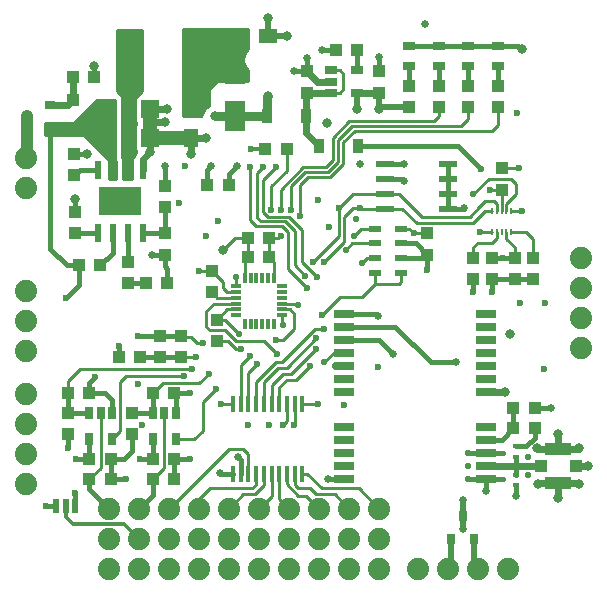
<source format=gbl>
G04 #@! TF.GenerationSoftware,KiCad,Pcbnew,(5.1.5)-3*
G04 #@! TF.CreationDate,2020-01-29T21:37:39+13:00*
G04 #@! TF.ProjectId,SimpleFC,53696d70-6c65-4464-932e-6b696361645f,rev?*
G04 #@! TF.SameCoordinates,Original*
G04 #@! TF.FileFunction,Copper,L4,Bot*
G04 #@! TF.FilePolarity,Positive*
%FSLAX46Y46*%
G04 Gerber Fmt 4.6, Leading zero omitted, Abs format (unit mm)*
G04 Created by KiCad (PCBNEW (5.1.5)-3) date 2020-01-29 21:37:39*
%MOMM*%
%LPD*%
G04 APERTURE LIST*
%ADD10R,0.600000X0.400000*%
%ADD11R,1.000000X1.100000*%
%ADD12R,1.100000X1.000000*%
%ADD13R,1.600000X1.600000*%
%ADD14R,1.250000X1.500000*%
%ADD15R,1.500000X1.250000*%
%ADD16R,1.000000X1.000000*%
%ADD17R,0.900000X1.200000*%
%ADD18R,1.000000X0.670000*%
%ADD19R,0.800000X0.900000*%
%ADD20C,1.880000*%
%ADD21R,0.600000X1.200000*%
%ADD22R,1.900000X3.400000*%
%ADD23R,0.900000X0.800000*%
%ADD24R,0.225000X0.600000*%
%ADD25R,0.350000X0.850000*%
%ADD26R,0.850000X0.350000*%
%ADD27R,1.100000X0.600000*%
%ADD28R,1.175000X1.175000*%
%ADD29R,0.600000X1.550000*%
%ADD30R,1.550000X0.600000*%
%ADD31R,0.650000X1.060000*%
%ADD32R,2.200000X1.050000*%
%ADD33R,1.800000X2.500000*%
%ADD34R,1.060000X0.650000*%
%ADD35R,0.450000X1.450000*%
%ADD36R,1.800000X0.800000*%
%ADD37C,0.650000*%
%ADD38C,0.800000*%
%ADD39C,0.900000*%
%ADD40C,0.600000*%
%ADD41C,0.550000*%
%ADD42C,0.640000*%
%ADD43C,0.500000*%
%ADD44C,0.600000*%
%ADD45C,1.200000*%
%ADD46C,0.400000*%
%ADD47C,0.250000*%
%ADD48C,0.300000*%
%ADD49C,0.800000*%
%ADD50C,1.000000*%
%ADD51C,0.254000*%
G04 APERTURE END LIST*
D10*
X168000000Y-114050000D03*
X168000000Y-113150000D03*
D11*
X139700000Y-105600000D03*
X139700000Y-103800000D03*
X137900000Y-105600000D03*
X137900000Y-103800000D03*
X166800000Y-91400000D03*
X166800000Y-89600000D03*
X166000000Y-99000000D03*
X166000000Y-97200000D03*
X167900000Y-99000000D03*
X167900000Y-97200000D03*
X169500000Y-97200000D03*
X169500000Y-99000000D03*
X164400000Y-97200000D03*
X164400000Y-99000000D03*
X160500000Y-96900000D03*
X160500000Y-95100000D03*
X142300000Y-100100000D03*
X142300000Y-98300000D03*
X142700000Y-104200000D03*
X142700000Y-102400000D03*
D12*
X145300000Y-95500000D03*
X147100000Y-95500000D03*
X147100000Y-97100000D03*
X145300000Y-97100000D03*
D11*
X130600000Y-90200000D03*
X130600000Y-88400000D03*
D13*
X133400000Y-84600000D03*
X137000000Y-84600000D03*
X137000000Y-87000000D03*
X133400000Y-87000000D03*
D11*
X135150000Y-97500000D03*
X135150000Y-99300000D03*
X130700000Y-93300000D03*
X130700000Y-95100000D03*
D14*
X140500000Y-84500000D03*
X140500000Y-87000000D03*
D15*
X147000000Y-78400000D03*
X144500000Y-78400000D03*
D11*
X156400000Y-83200000D03*
X156400000Y-81400000D03*
X150300000Y-81400000D03*
X150300000Y-83200000D03*
D12*
X154600000Y-79600000D03*
X152800000Y-79600000D03*
X143700000Y-91000000D03*
X141900000Y-91000000D03*
X139100000Y-114200000D03*
X137300000Y-114200000D03*
X139100000Y-108600000D03*
X137300000Y-108600000D03*
X131900000Y-114200000D03*
X133700000Y-114200000D03*
X131900000Y-108600000D03*
X130100000Y-108600000D03*
D16*
X130500000Y-86350000D03*
X130500000Y-83850000D03*
D17*
X150250000Y-85200000D03*
X146950000Y-85200000D03*
X154650000Y-87700000D03*
X151350000Y-87700000D03*
D18*
X159000000Y-79225000D03*
X159000000Y-80975000D03*
X166500000Y-80975000D03*
X166500000Y-79225000D03*
X164000000Y-79225000D03*
X164000000Y-80975000D03*
X161500000Y-80975000D03*
X161500000Y-79225000D03*
D19*
X163500000Y-119000000D03*
X162550000Y-121000000D03*
X164450000Y-121000000D03*
D20*
X126500000Y-88730000D03*
X126500000Y-91270000D03*
X173500000Y-104810000D03*
X173500000Y-102270000D03*
X173500000Y-99730000D03*
X173500000Y-97190000D03*
X167310000Y-123500000D03*
X164770000Y-123500000D03*
X162230000Y-123500000D03*
X159690000Y-123500000D03*
X126500000Y-116310000D03*
X126500000Y-113770000D03*
X126500000Y-111230000D03*
X126500000Y-108690000D03*
X126500000Y-105040000D03*
X126500000Y-102500000D03*
X126500000Y-99960000D03*
D21*
X129100000Y-118200000D03*
X129900000Y-118200000D03*
X130700000Y-118200000D03*
D12*
X134400000Y-105600000D03*
X136200000Y-105600000D03*
D22*
X135320000Y-79600000D03*
X140880000Y-79600000D03*
D23*
X128600000Y-84250000D03*
X128600000Y-86150000D03*
X126600000Y-85200000D03*
D12*
X148600000Y-88000000D03*
X146800000Y-88000000D03*
X132800000Y-97800000D03*
X131000000Y-97800000D03*
D11*
X138300000Y-92900000D03*
X138300000Y-91100000D03*
D12*
X132300000Y-81900000D03*
X130500000Y-81900000D03*
D11*
X138300000Y-96900000D03*
X138300000Y-95100000D03*
D12*
X138500000Y-99300000D03*
X136700000Y-99300000D03*
D11*
X159000000Y-82600000D03*
X159000000Y-84400000D03*
X166500000Y-84400000D03*
X166500000Y-82600000D03*
X164000000Y-82600000D03*
X164000000Y-84400000D03*
X161500000Y-84400000D03*
X161500000Y-82600000D03*
X135500000Y-112100000D03*
X135500000Y-110300000D03*
D12*
X137300000Y-115900000D03*
X139100000Y-115900000D03*
D11*
X130100000Y-110300000D03*
X130100000Y-112100000D03*
D12*
X133700000Y-115900000D03*
X131900000Y-115900000D03*
D24*
X167600000Y-95000000D03*
X167200000Y-95000000D03*
X166800000Y-95000000D03*
X166400000Y-95000000D03*
X166000000Y-95000000D03*
X166000000Y-93200000D03*
X166400000Y-93200000D03*
X166800000Y-93200000D03*
X167200000Y-93200000D03*
X167600000Y-93200000D03*
D25*
X147550000Y-102750000D03*
X147050000Y-102750000D03*
X146550000Y-102750000D03*
X146050000Y-102750000D03*
X145550000Y-102750000D03*
X145050000Y-102750000D03*
D26*
X144350000Y-102050000D03*
X144350000Y-101550000D03*
X144350000Y-101050000D03*
X144350000Y-100550000D03*
X144350000Y-100050000D03*
X144350000Y-99550000D03*
D25*
X145050000Y-98850000D03*
X145550000Y-98850000D03*
X146050000Y-98850000D03*
X146550000Y-98850000D03*
X147050000Y-98850000D03*
X147550000Y-98850000D03*
D26*
X148250000Y-99550000D03*
X148250000Y-100050000D03*
X148250000Y-100550000D03*
X148250000Y-101050000D03*
X148250000Y-101550000D03*
X148250000Y-102050000D03*
D27*
X158300000Y-94700000D03*
X158300000Y-95950000D03*
X158300000Y-97200000D03*
X158300000Y-98450000D03*
X156100000Y-98450000D03*
X156100000Y-97200000D03*
X156100000Y-95950000D03*
X156100000Y-94700000D03*
D28*
X134500000Y-93000000D03*
X134500000Y-91800000D03*
D29*
X132595000Y-89700000D03*
X133865000Y-89700000D03*
X135135000Y-89700000D03*
X136405000Y-89700000D03*
X136405000Y-95100000D03*
X135135000Y-95100000D03*
X133865000Y-95100000D03*
X132595000Y-95100000D03*
D28*
X135700000Y-93000000D03*
X133300000Y-93000000D03*
X135700000Y-91800000D03*
X133300000Y-91800000D03*
D30*
X156900000Y-89195000D03*
X156900000Y-90465000D03*
X156900000Y-91735000D03*
X156900000Y-93005000D03*
X162300000Y-93005000D03*
X162300000Y-91735000D03*
X162300000Y-90465000D03*
X162300000Y-89195000D03*
D31*
X137300000Y-112500000D03*
X139200000Y-112500000D03*
X139200000Y-110300000D03*
X138250000Y-110300000D03*
X137300000Y-110300000D03*
X131900000Y-110300000D03*
X132850000Y-110300000D03*
X133800000Y-110300000D03*
X133800000Y-112500000D03*
X131900000Y-112500000D03*
D20*
X156430000Y-118420000D03*
X133570000Y-118420000D03*
X136110000Y-118420000D03*
X138650000Y-118420000D03*
X141190000Y-118420000D03*
X143730000Y-118420000D03*
X146270000Y-118420000D03*
X148810000Y-118420000D03*
X151350000Y-118420000D03*
X153890000Y-118420000D03*
X153890000Y-120960000D03*
X151350000Y-120960000D03*
X148810000Y-120960000D03*
X146270000Y-120960000D03*
X143730000Y-120960000D03*
X141190000Y-120960000D03*
X138650000Y-120960000D03*
X136110000Y-120960000D03*
X133570000Y-120960000D03*
X156430000Y-120960000D03*
X156430000Y-123500000D03*
X133570000Y-123500000D03*
X136110000Y-123500000D03*
X138650000Y-123500000D03*
X141190000Y-123500000D03*
X143730000Y-123500000D03*
X146270000Y-123500000D03*
X148810000Y-123500000D03*
X151350000Y-123500000D03*
X153890000Y-123500000D03*
D12*
X169600000Y-109900000D03*
X167800000Y-109900000D03*
D10*
X168000000Y-115550000D03*
X168000000Y-116450000D03*
D32*
X171600000Y-116275000D03*
X171600000Y-113325000D03*
D16*
X173100000Y-114800000D03*
X170100000Y-114800000D03*
D12*
X169600000Y-111600000D03*
X167800000Y-111600000D03*
D33*
X144200000Y-85200000D03*
X144200000Y-81200000D03*
D34*
X154600000Y-83200000D03*
X154600000Y-81300000D03*
X152400000Y-81300000D03*
X152400000Y-82250000D03*
X152400000Y-83200000D03*
D35*
X144075000Y-109550000D03*
X144725000Y-109550000D03*
X145375000Y-109550000D03*
X146025000Y-109550000D03*
X146675000Y-109550000D03*
X147325000Y-109550000D03*
X147975000Y-109550000D03*
X148625000Y-109550000D03*
X149275000Y-109550000D03*
X149925000Y-109550000D03*
X149925000Y-115450000D03*
X149275000Y-115450000D03*
X148625000Y-115450000D03*
X147975000Y-115450000D03*
X147325000Y-115450000D03*
X146675000Y-115450000D03*
X146025000Y-115450000D03*
X145375000Y-115450000D03*
X144725000Y-115450000D03*
X144075000Y-115450000D03*
D36*
X165500000Y-101900000D03*
X165500000Y-103000000D03*
X165500000Y-104100000D03*
X165500000Y-105200000D03*
X165500000Y-106300000D03*
X165500000Y-107400000D03*
X165500000Y-108500000D03*
X165500000Y-111500000D03*
X165500000Y-112600000D03*
X165500000Y-113700000D03*
X165500000Y-114800000D03*
X165500000Y-115900000D03*
X153500000Y-115900000D03*
X153500000Y-114800000D03*
X153500000Y-113700000D03*
X153500000Y-112600000D03*
X153500000Y-111500000D03*
X153500000Y-108500000D03*
X153500000Y-107400000D03*
X153500000Y-106300000D03*
X153500000Y-105200000D03*
X153500000Y-104100000D03*
X153500000Y-103000000D03*
X153500000Y-101900000D03*
D37*
X163500000Y-120100000D03*
X163500000Y-117700000D03*
D38*
X138300000Y-85700000D03*
D39*
X138800000Y-87000000D03*
D40*
X160500000Y-98200000D03*
X144700000Y-104900000D03*
X130100000Y-113300000D03*
X140400000Y-114200000D03*
X135000000Y-115900000D03*
X136400000Y-111300000D03*
X136000000Y-107900000D03*
X140400000Y-108600000D03*
X132400000Y-107300000D03*
D41*
X164000000Y-113700000D03*
X164000000Y-115900000D03*
X164000000Y-114800000D03*
D38*
X169850000Y-116300000D03*
D41*
X169000000Y-115600000D03*
D38*
X169800000Y-113300000D03*
D41*
X169000000Y-114000000D03*
D37*
X152100000Y-115900000D03*
X156350000Y-102100000D03*
D40*
X151250000Y-109550000D03*
X141200000Y-98300000D03*
X166000000Y-100100000D03*
X170500000Y-101000000D03*
X168400000Y-101000000D03*
X164400000Y-100100000D03*
X165000000Y-95000000D03*
X168500000Y-93200000D03*
X168300000Y-89600000D03*
X168150000Y-84950000D03*
D37*
X165500000Y-116900000D03*
X168000000Y-117300000D03*
D38*
X174100000Y-114800000D03*
X171600000Y-117550000D03*
X173400000Y-116300000D03*
X173400000Y-113300000D03*
X171600000Y-112100000D03*
X167100000Y-108500000D03*
D37*
X144450000Y-114050000D03*
X171000000Y-109900000D03*
X163600000Y-93000000D03*
X158500000Y-90700000D03*
D40*
X145600000Y-88000000D03*
X148100000Y-95300000D03*
D37*
X144400000Y-89400000D03*
X137200000Y-96900000D03*
X150300000Y-80300000D03*
X149200000Y-81400000D03*
D38*
X130700000Y-92200000D03*
X132300000Y-80900000D03*
X141800000Y-87000000D03*
X140500000Y-88400000D03*
X138500000Y-84600000D03*
X137000000Y-88200000D03*
D37*
X156400000Y-80200000D03*
X151600000Y-79600000D03*
D40*
X133300000Y-93000000D03*
X134500000Y-93000000D03*
X135700000Y-93000000D03*
X135700000Y-91800000D03*
X134500000Y-91800000D03*
X133300000Y-91800000D03*
X145300000Y-111300000D03*
D38*
X148600000Y-78400000D03*
X147000000Y-76900000D03*
X168500000Y-79500000D03*
D37*
X143000000Y-115400000D03*
D40*
X134400000Y-104600000D03*
X141800000Y-95300000D03*
X142800000Y-94100000D03*
X128200000Y-118200000D03*
X130800000Y-114200000D03*
X136200000Y-114200000D03*
X153500000Y-109650000D03*
X143050000Y-109550000D03*
X170400000Y-106600000D03*
X166950000Y-97200000D03*
X165800000Y-91400000D03*
X159400000Y-95100000D03*
D37*
X158500000Y-89200000D03*
X154800000Y-89200000D03*
X142200000Y-89400000D03*
D38*
X143200000Y-96500000D03*
D41*
X144600000Y-103600000D03*
D40*
X147100000Y-111300000D03*
D38*
X154600000Y-84600000D03*
X156400000Y-84600000D03*
X152000000Y-85800000D03*
D42*
X160300000Y-77400000D03*
D40*
X140900000Y-105600000D03*
X136000000Y-103800000D03*
X141500000Y-104400000D03*
X129900000Y-100600000D03*
X156300000Y-106400000D03*
D38*
X167500000Y-103600000D03*
D40*
X130700000Y-117100000D03*
D38*
X142500000Y-85200000D03*
X147000000Y-83500000D03*
D40*
X165050000Y-89650000D03*
X147300000Y-93100000D03*
D37*
X157600000Y-105300000D03*
X162950000Y-106000000D03*
X138300000Y-89400000D03*
X140800000Y-81300000D03*
D40*
X135200000Y-87900000D03*
D38*
X131700000Y-88400000D03*
D40*
X142000000Y-107000000D03*
X140600000Y-106600000D03*
X139500000Y-92500000D03*
X152200000Y-94600000D03*
X151300000Y-92300000D03*
X140000000Y-89400000D03*
X150300000Y-99700000D03*
X145500000Y-89500000D03*
X146600000Y-89500000D03*
X150200000Y-98700000D03*
X151200000Y-98800000D03*
X147700000Y-89500000D03*
X153000000Y-93000000D03*
X150800000Y-97500000D03*
X154800000Y-93000000D03*
X151800000Y-97500000D03*
X149700000Y-93600000D03*
X149000000Y-93100000D03*
X148100000Y-93100000D03*
D41*
X154500000Y-93900000D03*
X164400000Y-91800000D03*
X144300000Y-98800000D03*
D40*
X139900000Y-107200000D03*
X142600000Y-108300000D03*
D41*
X154300000Y-95300000D03*
D40*
X147700000Y-104100000D03*
D41*
X155000000Y-97600000D03*
D40*
X147800000Y-105300000D03*
D41*
X153600000Y-96500000D03*
X148300000Y-102900000D03*
X149600000Y-101200000D03*
D40*
X151600000Y-102000000D03*
X148300000Y-111300000D03*
X149200000Y-111300000D03*
D41*
X151800000Y-106000000D03*
X152700000Y-106300000D03*
D40*
X150600000Y-106300000D03*
X151100000Y-104900000D03*
X151100000Y-104000000D03*
X151800000Y-103200000D03*
X146100000Y-106200000D03*
X145500000Y-105500000D03*
D43*
X163500000Y-119000000D02*
X163500000Y-120100000D01*
X163500000Y-119000000D02*
X163500000Y-117700000D01*
D44*
X137000000Y-85700000D02*
X138300000Y-85700000D01*
D45*
X138800000Y-87000000D02*
X137000000Y-87000000D01*
X140500000Y-87000000D02*
X138800000Y-87000000D01*
D44*
X137000000Y-85700000D02*
X136900000Y-85700000D01*
X136900000Y-85700000D02*
X137000000Y-85700000D01*
D46*
X160500000Y-96900000D02*
X160500000Y-98200000D01*
X158300000Y-95950000D02*
X159550000Y-95950000D01*
X159550000Y-95950000D02*
X160500000Y-96900000D01*
X158300000Y-97200000D02*
X160200000Y-97200000D01*
X160200000Y-97200000D02*
X160500000Y-96900000D01*
D47*
X142700000Y-104200000D02*
X143600000Y-104200000D01*
X144300000Y-104900000D02*
X144700000Y-104900000D01*
X143600000Y-104200000D02*
X144300000Y-104900000D01*
D46*
X130100000Y-112100000D02*
X130100000Y-113300000D01*
X139100000Y-114200000D02*
X140400000Y-114200000D01*
X133700000Y-115900000D02*
X135000000Y-115900000D01*
X139100000Y-108600000D02*
X140400000Y-108600000D01*
X139200000Y-110300000D02*
X139200000Y-108700000D01*
X139200000Y-108700000D02*
X139100000Y-108600000D01*
X131900000Y-108600000D02*
X131900000Y-107800000D01*
X131900000Y-107800000D02*
X132400000Y-107300000D01*
X133800000Y-110300000D02*
X133800000Y-109200000D01*
X133200000Y-108600000D02*
X131900000Y-108600000D01*
X133800000Y-109200000D02*
X133200000Y-108600000D01*
X135500000Y-112100000D02*
X135500000Y-113500000D01*
X134800000Y-114200000D02*
X133700000Y-114200000D01*
X135500000Y-113500000D02*
X134800000Y-114200000D01*
X139100000Y-114200000D02*
X139100000Y-115900000D01*
X133700000Y-114200000D02*
X133700000Y-115900000D01*
X165500000Y-113700000D02*
X164000000Y-113700000D01*
X164000000Y-115900000D02*
X165500000Y-115900000D01*
D44*
X169875000Y-116275000D02*
X169850000Y-116300000D01*
X169875000Y-116275000D02*
X171600000Y-116275000D01*
X171600000Y-113325000D02*
X169825000Y-113325000D01*
D46*
X153500000Y-115900000D02*
X152100000Y-115900000D01*
X153500000Y-101900000D02*
X156150000Y-101900000D01*
X156150000Y-101900000D02*
X156350000Y-102100000D01*
D47*
X149925000Y-109550000D02*
X151250000Y-109550000D01*
X142300000Y-98300000D02*
X141200000Y-98300000D01*
D46*
X166000000Y-99000000D02*
X166000000Y-100100000D01*
X167900000Y-99000000D02*
X166000000Y-99000000D01*
X169500000Y-99000000D02*
X167900000Y-99000000D01*
X164400000Y-99000000D02*
X164400000Y-100100000D01*
D47*
X166000000Y-95000000D02*
X165000000Y-95000000D01*
X167600000Y-93200000D02*
X168500000Y-93200000D01*
X166800000Y-89600000D02*
X168300000Y-89600000D01*
D46*
X165500000Y-115900000D02*
X165500000Y-116900000D01*
X165500000Y-115900000D02*
X166900000Y-115900000D01*
X165500000Y-113700000D02*
X166900000Y-113700000D01*
X168000000Y-116450000D02*
X168000000Y-117300000D01*
D44*
X173100000Y-114800000D02*
X174100000Y-114800000D01*
X171600000Y-116275000D02*
X171600000Y-117550000D01*
X171600000Y-116275000D02*
X173375000Y-116275000D01*
X173375000Y-116275000D02*
X173400000Y-116300000D01*
X171600000Y-113325000D02*
X173375000Y-113325000D01*
X173375000Y-113325000D02*
X173400000Y-113300000D01*
X171600000Y-113325000D02*
X171600000Y-112100000D01*
X165500000Y-108500000D02*
X167100000Y-108500000D01*
D46*
X144725000Y-115450000D02*
X144725000Y-114325000D01*
X144725000Y-114325000D02*
X144450000Y-114050000D01*
X169600000Y-109900000D02*
X171000000Y-109900000D01*
X162300000Y-93005000D02*
X163595000Y-93005000D01*
X163595000Y-93005000D02*
X163600000Y-93000000D01*
X162300000Y-93005000D02*
X162300000Y-91735000D01*
X162300000Y-90465000D02*
X162300000Y-89195000D01*
X162300000Y-91735000D02*
X162300000Y-90465000D01*
X156900000Y-90465000D02*
X158265000Y-90465000D01*
X158265000Y-90465000D02*
X158500000Y-90700000D01*
D48*
X146800000Y-88000000D02*
X145600000Y-88000000D01*
D47*
X147100000Y-95500000D02*
X147900000Y-95500000D01*
X147900000Y-95500000D02*
X148100000Y-95300000D01*
D46*
X143700000Y-91000000D02*
X143700000Y-90100000D01*
X143700000Y-90100000D02*
X144400000Y-89400000D01*
D47*
X147550000Y-98850000D02*
X147550000Y-97550000D01*
X147550000Y-97550000D02*
X147100000Y-97100000D01*
X147100000Y-97100000D02*
X147100000Y-95500000D01*
X144350000Y-100050000D02*
X143550000Y-100050000D01*
X143200000Y-99200000D02*
X142300000Y-98300000D01*
X143200000Y-99700000D02*
X143200000Y-99200000D01*
X143550000Y-100050000D02*
X143200000Y-99700000D01*
D46*
X138500000Y-99300000D02*
X138500000Y-98100000D01*
X138300000Y-97900000D02*
X138300000Y-96900000D01*
X138500000Y-98100000D02*
X138300000Y-97900000D01*
X138300000Y-96900000D02*
X137200000Y-96900000D01*
X150300000Y-81400000D02*
X150300000Y-80300000D01*
X150300000Y-81400000D02*
X149200000Y-81400000D01*
X130700000Y-93300000D02*
X130700000Y-92200000D01*
X132300000Y-81900000D02*
X132300000Y-80900000D01*
D44*
X140500000Y-87000000D02*
X141800000Y-87000000D01*
X140500000Y-87000000D02*
X140500000Y-88400000D01*
X137000000Y-84600000D02*
X138500000Y-84600000D01*
X136405000Y-89700000D02*
X136405000Y-88795000D01*
X137000000Y-88200000D02*
X137000000Y-87000000D01*
X136405000Y-88795000D02*
X137000000Y-88200000D01*
D45*
X137000000Y-87000000D02*
X137000000Y-85700000D01*
X137000000Y-85700000D02*
X137000000Y-84600000D01*
D46*
X156400000Y-81400000D02*
X156400000Y-80200000D01*
X152800000Y-79600000D02*
X151600000Y-79600000D01*
D44*
X152400000Y-82250000D02*
X151150000Y-82250000D01*
X151150000Y-82250000D02*
X150300000Y-81400000D01*
D43*
X147000000Y-78400000D02*
X148600000Y-78400000D01*
X147000000Y-78400000D02*
X147000000Y-76900000D01*
D46*
X166500000Y-79225000D02*
X164000000Y-79225000D01*
X164000000Y-79225000D02*
X161500000Y-79225000D01*
X161500000Y-79225000D02*
X159000000Y-79225000D01*
X166500000Y-79225000D02*
X168225000Y-79225000D01*
X168225000Y-79225000D02*
X168500000Y-79500000D01*
X144075000Y-115450000D02*
X143050000Y-115450000D01*
X143050000Y-115450000D02*
X143000000Y-115400000D01*
X134400000Y-105600000D02*
X134400000Y-104600000D01*
X129100000Y-118200000D02*
X128200000Y-118200000D01*
X131900000Y-114200000D02*
X130800000Y-114200000D01*
X137300000Y-114200000D02*
X136200000Y-114200000D01*
X137300000Y-112500000D02*
X137300000Y-114200000D01*
X131900000Y-112500000D02*
X131900000Y-114200000D01*
D47*
X144075000Y-109550000D02*
X143050000Y-109550000D01*
D46*
X166000000Y-97200000D02*
X166950000Y-97200000D01*
X166950000Y-97200000D02*
X167900000Y-97200000D01*
D47*
X167200000Y-95000000D02*
X167200000Y-95600000D01*
X167900000Y-96300000D02*
X167900000Y-97200000D01*
X167200000Y-95600000D02*
X167900000Y-96300000D01*
X166800000Y-91400000D02*
X165800000Y-91400000D01*
X166800000Y-93200000D02*
X166800000Y-91400000D01*
X158300000Y-94700000D02*
X159000000Y-94700000D01*
X159000000Y-94700000D02*
X159400000Y-95100000D01*
X159400000Y-95100000D02*
X160500000Y-95100000D01*
D46*
X156900000Y-89195000D02*
X158495000Y-89195000D01*
X158495000Y-89195000D02*
X158500000Y-89200000D01*
X141900000Y-89700000D02*
X141900000Y-91000000D01*
X142200000Y-89400000D02*
X141900000Y-89700000D01*
D47*
X145300000Y-95500000D02*
X144200000Y-95500000D01*
X144200000Y-95500000D02*
X143200000Y-96500000D01*
X145300000Y-97100000D02*
X145300000Y-95500000D01*
X145050000Y-98850000D02*
X145050000Y-97350000D01*
X145050000Y-97350000D02*
X145300000Y-97100000D01*
X144350000Y-101550000D02*
X143550000Y-101550000D01*
X143550000Y-101550000D02*
X142700000Y-102400000D01*
X142700000Y-102400000D02*
X143400000Y-102400000D01*
X143400000Y-102400000D02*
X144600000Y-103600000D01*
D44*
X154600000Y-83200000D02*
X156400000Y-83200000D01*
D43*
X154600000Y-83200000D02*
X154600000Y-84600000D01*
X156400000Y-83200000D02*
X156400000Y-84600000D01*
X156600000Y-84400000D02*
X156400000Y-84600000D01*
X159000000Y-84400000D02*
X156600000Y-84400000D01*
D46*
X136200000Y-105600000D02*
X137900000Y-105600000D01*
X139700000Y-105600000D02*
X137900000Y-105600000D01*
D47*
X140900000Y-105600000D02*
X139700000Y-105600000D01*
D46*
X137900000Y-103800000D02*
X139700000Y-103800000D01*
X136000000Y-103800000D02*
X137900000Y-103800000D01*
D47*
X140500000Y-103900000D02*
X139800000Y-103900000D01*
X141000000Y-104400000D02*
X140500000Y-103900000D01*
X141500000Y-104400000D02*
X141000000Y-104400000D01*
X139800000Y-103900000D02*
X139700000Y-103800000D01*
X167600000Y-95000000D02*
X168900000Y-95000000D01*
X169500000Y-95600000D02*
X169500000Y-97200000D01*
X168900000Y-95000000D02*
X169500000Y-95600000D01*
X166400000Y-95000000D02*
X166400000Y-95500000D01*
X164400000Y-96300000D02*
X164400000Y-97200000D01*
X164800000Y-95900000D02*
X164400000Y-96300000D01*
X166000000Y-95900000D02*
X164800000Y-95900000D01*
X166400000Y-95500000D02*
X166000000Y-95900000D01*
X144350000Y-100550000D02*
X142750000Y-100550000D01*
X142750000Y-100550000D02*
X142300000Y-100100000D01*
D46*
X132595000Y-89700000D02*
X131100000Y-89700000D01*
X131100000Y-89700000D02*
X130600000Y-90200000D01*
X131000000Y-97800000D02*
X131000000Y-99500000D01*
X131000000Y-99500000D02*
X129900000Y-100600000D01*
X131000000Y-97800000D02*
X130000000Y-97800000D01*
X128600000Y-96400000D02*
X128600000Y-86150000D01*
X130000000Y-97800000D02*
X128600000Y-96400000D01*
X135135000Y-95100000D02*
X135135000Y-97485000D01*
X135135000Y-97485000D02*
X135150000Y-97500000D01*
X136700000Y-99300000D02*
X135150000Y-99300000D01*
X132595000Y-95100000D02*
X130700000Y-95100000D01*
X130700000Y-117100000D02*
X130700000Y-118200000D01*
D49*
X146950000Y-85200000D02*
X144200000Y-85200000D01*
X144200000Y-85200000D02*
X142500000Y-85200000D01*
X146950000Y-83550000D02*
X147000000Y-83500000D01*
X146950000Y-85200000D02*
X146950000Y-83550000D01*
D44*
X150250000Y-86600000D02*
X151350000Y-87700000D01*
D47*
X152400000Y-81300000D02*
X153100000Y-81300000D01*
X153100000Y-83200000D02*
X152400000Y-83200000D01*
X153400000Y-82900000D02*
X153100000Y-83200000D01*
X153400000Y-81600000D02*
X153400000Y-82900000D01*
X153100000Y-81300000D02*
X153400000Y-81600000D01*
D44*
X152400000Y-83200000D02*
X150300000Y-83200000D01*
X150250000Y-86600000D02*
X150250000Y-85200000D01*
X150250000Y-83250000D02*
X150300000Y-83200000D01*
X150250000Y-85200000D02*
X150250000Y-83250000D01*
D46*
X154600000Y-81300000D02*
X154600000Y-79600000D01*
D44*
X130500000Y-83850000D02*
X130500000Y-81900000D01*
X128600000Y-84250000D02*
X130100000Y-84250000D01*
X130100000Y-84250000D02*
X130500000Y-83850000D01*
D46*
X163100000Y-87700000D02*
X154650000Y-87700000D01*
X165050000Y-89650000D02*
X163100000Y-87700000D01*
X159000000Y-82600000D02*
X159000000Y-80975000D01*
X166500000Y-82600000D02*
X166500000Y-80975000D01*
X164000000Y-82600000D02*
X164000000Y-80975000D01*
X161500000Y-82600000D02*
X161500000Y-80975000D01*
D50*
X126600000Y-85200000D02*
X126600000Y-88630000D01*
X126600000Y-88630000D02*
X126500000Y-88730000D01*
D48*
X129900000Y-118200000D02*
X129900000Y-119100000D01*
X134850000Y-119700000D02*
X136110000Y-120960000D01*
X130500000Y-119700000D02*
X134850000Y-119700000D01*
X129900000Y-119100000D02*
X130500000Y-119700000D01*
D47*
X148600000Y-89800000D02*
X148600000Y-88000000D01*
X147300000Y-91100000D02*
X148600000Y-89800000D01*
X147300000Y-93100000D02*
X147300000Y-91100000D01*
D46*
X133865000Y-95100000D02*
X133865000Y-96735000D01*
X133865000Y-96735000D02*
X132800000Y-97800000D01*
X138300000Y-95100000D02*
X138300000Y-92900000D01*
X136405000Y-95100000D02*
X138300000Y-95100000D01*
X157600000Y-105300000D02*
X156400000Y-104100000D01*
X156400000Y-104100000D02*
X153500000Y-104100000D01*
X167800000Y-111600000D02*
X167800000Y-109900000D01*
X165500000Y-112600000D02*
X166800000Y-112600000D01*
X166800000Y-112600000D02*
X167800000Y-111600000D01*
X153500000Y-103000000D02*
X157800000Y-103000000D01*
X160800000Y-106000000D02*
X162950000Y-106000000D01*
X157800000Y-103000000D02*
X160800000Y-106000000D01*
X168000000Y-115550000D02*
X168000000Y-114800000D01*
X168000000Y-114050000D02*
X168000000Y-114800000D01*
D44*
X165500000Y-114800000D02*
X168000000Y-114800000D01*
X168000000Y-114800000D02*
X170100000Y-114800000D01*
D46*
X168000000Y-113150000D02*
X168850000Y-113150000D01*
X169600000Y-112400000D02*
X169600000Y-111600000D01*
X168850000Y-113150000D02*
X169600000Y-112400000D01*
X138300000Y-91100000D02*
X138300000Y-90150000D01*
X138300000Y-90150000D02*
X138300000Y-89400000D01*
X130600000Y-88400000D02*
X131700000Y-88400000D01*
X137300000Y-110300000D02*
X137300000Y-108600000D01*
D47*
X141200000Y-107800000D02*
X138100000Y-107800000D01*
X138100000Y-107800000D02*
X137300000Y-108600000D01*
X141200000Y-107800000D02*
X142000000Y-107000000D01*
D46*
X137300000Y-110300000D02*
X135500000Y-110300000D01*
D47*
X132400000Y-106600000D02*
X131100000Y-106600000D01*
X140600000Y-106600000D02*
X132400000Y-106600000D01*
X130100000Y-107600000D02*
X130100000Y-108600000D01*
X131100000Y-106600000D02*
X130100000Y-107600000D01*
D46*
X130100000Y-110300000D02*
X130100000Y-108600000D01*
X131900000Y-110300000D02*
X130100000Y-110300000D01*
D43*
X162550000Y-121000000D02*
X162550000Y-123180000D01*
X162550000Y-123180000D02*
X162230000Y-123500000D01*
X164450000Y-121000000D02*
X164450000Y-123180000D01*
X164450000Y-123180000D02*
X164770000Y-123500000D01*
D47*
X148700000Y-95000000D02*
X148200000Y-94500000D01*
X148700000Y-95000000D02*
X148700000Y-98100000D01*
X148700000Y-98100000D02*
X150300000Y-99700000D01*
X145500000Y-94000000D02*
X145500000Y-89500000D01*
X146000000Y-94500000D02*
X145500000Y-94000000D01*
X148200000Y-94500000D02*
X146000000Y-94500000D01*
X146100000Y-91900000D02*
X146100000Y-90000000D01*
X146400000Y-94100000D02*
X146100000Y-93800000D01*
X146100000Y-93800000D02*
X146100000Y-91900000D01*
X149300000Y-94900000D02*
X148500000Y-94100000D01*
X149300000Y-97800000D02*
X149300000Y-94900000D01*
X150200000Y-98700000D02*
X149300000Y-97800000D01*
X148500000Y-94100000D02*
X146400000Y-94100000D01*
X146100000Y-90000000D02*
X146600000Y-89500000D01*
X146600000Y-92300000D02*
X146600000Y-90600000D01*
X148800000Y-93700000D02*
X147000000Y-93700000D01*
X147000000Y-93700000D02*
X146600000Y-93300000D01*
X146600000Y-93300000D02*
X146600000Y-92300000D01*
X151200000Y-98800000D02*
X149900000Y-97500000D01*
X149900000Y-97500000D02*
X149900000Y-94800000D01*
X149900000Y-94800000D02*
X148800000Y-93700000D01*
X146600000Y-90600000D02*
X147700000Y-89500000D01*
X154710000Y-116700000D02*
X156430000Y-118420000D01*
X151600000Y-116700000D02*
X154710000Y-116700000D01*
X150350000Y-115450000D02*
X151600000Y-116700000D01*
X149925000Y-115450000D02*
X150350000Y-115450000D01*
D46*
X131900000Y-115900000D02*
X131900000Y-116750000D01*
X131900000Y-116750000D02*
X133570000Y-118420000D01*
D47*
X132850000Y-110300000D02*
X132850000Y-114950000D01*
X132850000Y-114950000D02*
X131900000Y-115900000D01*
D46*
X137300000Y-115900000D02*
X137300000Y-117230000D01*
X137300000Y-117230000D02*
X136110000Y-118420000D01*
D47*
X138250000Y-110300000D02*
X138250000Y-114950000D01*
X138250000Y-114950000D02*
X137300000Y-115900000D01*
X143720000Y-113350000D02*
X138650000Y-118420000D01*
X144900000Y-113350000D02*
X143720000Y-113350000D01*
X145375000Y-113825000D02*
X144900000Y-113350000D01*
X145375000Y-115450000D02*
X145375000Y-113825000D01*
X142100000Y-116700000D02*
X141190000Y-117610000D01*
X145700000Y-116700000D02*
X142100000Y-116700000D01*
X146025000Y-116375000D02*
X145700000Y-116700000D01*
X141190000Y-117610000D02*
X141190000Y-118420000D01*
X146025000Y-115450000D02*
X146025000Y-116375000D01*
X144950000Y-117200000D02*
X143730000Y-118420000D01*
X145900000Y-117200000D02*
X144950000Y-117200000D01*
X146675000Y-116425000D02*
X145900000Y-117200000D01*
X146675000Y-115450000D02*
X146675000Y-116425000D01*
X147325000Y-117365000D02*
X146270000Y-118420000D01*
X147325000Y-115450000D02*
X147325000Y-117365000D01*
X147975000Y-117585000D02*
X148810000Y-118420000D01*
X147975000Y-115450000D02*
X147975000Y-117585000D01*
X150230000Y-117300000D02*
X151350000Y-118420000D01*
X149600000Y-117300000D02*
X150230000Y-117300000D01*
X148625000Y-116325000D02*
X149600000Y-117300000D01*
X148625000Y-115450000D02*
X148625000Y-116325000D01*
X152670000Y-117200000D02*
X153890000Y-118420000D01*
X151100000Y-117200000D02*
X152670000Y-117200000D01*
X150600000Y-116700000D02*
X151100000Y-117200000D01*
X149600000Y-116700000D02*
X150600000Y-116700000D01*
X149275000Y-116375000D02*
X149600000Y-116700000D01*
X149275000Y-115450000D02*
X149275000Y-116375000D01*
X166400000Y-93200000D02*
X166400000Y-92600000D01*
X158135000Y-91735000D02*
X160100000Y-93700000D01*
X160100000Y-93700000D02*
X164100000Y-93700000D01*
X164100000Y-93700000D02*
X164900000Y-92900000D01*
X158135000Y-91735000D02*
X156900000Y-91735000D01*
X165400000Y-92400000D02*
X164900000Y-92900000D01*
X166200000Y-92400000D02*
X165400000Y-92400000D01*
X166400000Y-92600000D02*
X166200000Y-92400000D01*
X156900000Y-91735000D02*
X154265000Y-91735000D01*
X154265000Y-91735000D02*
X153000000Y-93000000D01*
X153000000Y-95300000D02*
X153000000Y-93000000D01*
X150800000Y-97500000D02*
X153000000Y-95300000D01*
X153000000Y-95300000D02*
X152900000Y-95400000D01*
X156900000Y-93005000D02*
X158405000Y-93005000D01*
X165400000Y-93200000D02*
X166000000Y-93200000D01*
X164400000Y-94200000D02*
X165400000Y-93200000D01*
X159600000Y-94200000D02*
X164400000Y-94200000D01*
X158405000Y-93005000D02*
X159600000Y-94200000D01*
X156900000Y-93005000D02*
X154805000Y-93005000D01*
X154805000Y-93005000D02*
X154800000Y-93000000D01*
X154200000Y-93000000D02*
X154800000Y-93000000D01*
X153500000Y-95800000D02*
X153500000Y-93700000D01*
X151800000Y-97500000D02*
X153500000Y-95800000D01*
X153500000Y-93700000D02*
X154200000Y-93000000D01*
X154200000Y-93000000D02*
X154195000Y-93005000D01*
X166500000Y-85900000D02*
X166500000Y-84400000D01*
X154400000Y-86400004D02*
X165999996Y-86400004D01*
X149700000Y-91000000D02*
X150399996Y-90300004D01*
X150399996Y-90300004D02*
X152299996Y-90300004D01*
X165999996Y-86400004D02*
X166500000Y-85900000D01*
X152299996Y-90300004D02*
X153400000Y-89200000D01*
X153400000Y-89200000D02*
X153400000Y-87400004D01*
X149700000Y-93600000D02*
X149700000Y-91000000D01*
X153400000Y-87400004D02*
X154400000Y-86400004D01*
X164000000Y-85400000D02*
X164000000Y-84400000D01*
X163399998Y-86000002D02*
X164000000Y-85400000D01*
X154099998Y-86000002D02*
X163399998Y-86000002D01*
X149000000Y-91100000D02*
X150199998Y-89900002D01*
X150199998Y-89900002D02*
X152099998Y-89900002D01*
X149000000Y-93100000D02*
X149000000Y-91100000D01*
X152099998Y-89900002D02*
X152932844Y-89067156D01*
X152932844Y-89067156D02*
X152932844Y-87167156D01*
X152932844Y-87167156D02*
X154099998Y-86000002D01*
X161500000Y-85200000D02*
X161500000Y-84400000D01*
X161100000Y-85600000D02*
X161500000Y-85200000D01*
X153900000Y-85600000D02*
X161100000Y-85600000D01*
X148100000Y-91400000D02*
X150000000Y-89500000D01*
X148100000Y-93100000D02*
X148100000Y-91400000D01*
X150000000Y-89500000D02*
X151900000Y-89500000D01*
X151900000Y-89500000D02*
X152500000Y-88900000D01*
X152500000Y-88900000D02*
X152500000Y-87000000D01*
X152500000Y-87000000D02*
X153900000Y-85600000D01*
X167600000Y-90500000D02*
X165700000Y-90500000D01*
X167200000Y-92600000D02*
X168000000Y-91800000D01*
X168000000Y-91800000D02*
X168000000Y-90900000D01*
X168000000Y-90900000D02*
X167600000Y-90500000D01*
X167200000Y-92600000D02*
X167200000Y-93200000D01*
X165700000Y-90500000D02*
X164400000Y-91800000D01*
X144350000Y-99550000D02*
X144350000Y-98850000D01*
X144350000Y-98850000D02*
X144300000Y-98800000D01*
X134500000Y-111800000D02*
X133800000Y-112500000D01*
X134500000Y-107700000D02*
X134500000Y-111800000D01*
X135000000Y-107200000D02*
X134500000Y-107700000D01*
X139900000Y-107200000D02*
X135000000Y-107200000D01*
X139200000Y-112500000D02*
X140800000Y-112500000D01*
X141500000Y-109400000D02*
X142600000Y-108300000D01*
X141500000Y-111800000D02*
X141500000Y-109400000D01*
X140800000Y-112500000D02*
X141500000Y-111800000D01*
X154900000Y-94700000D02*
X154300000Y-95300000D01*
X154900000Y-94700000D02*
X156100000Y-94700000D01*
X148850000Y-101550000D02*
X148250000Y-101550000D01*
X149200000Y-101900000D02*
X148850000Y-101550000D01*
X149200000Y-103200000D02*
X149200000Y-101900000D01*
X148300000Y-104100000D02*
X149200000Y-103200000D01*
X147700000Y-104100000D02*
X148300000Y-104100000D01*
X155400000Y-97200000D02*
X155000000Y-97600000D01*
X155400000Y-97200000D02*
X156100000Y-97200000D01*
X142450000Y-101050000D02*
X144350000Y-101050000D01*
X141800000Y-101700000D02*
X142450000Y-101050000D01*
X141800000Y-103000000D02*
X141800000Y-101700000D01*
X142100000Y-103300000D02*
X141800000Y-103000000D01*
X143400000Y-103300000D02*
X142100000Y-103300000D01*
X144300000Y-104200000D02*
X143400000Y-103300000D01*
X146700000Y-104200000D02*
X144300000Y-104200000D01*
X147800000Y-105300000D02*
X146700000Y-104200000D01*
X154150000Y-95950000D02*
X153600000Y-96500000D01*
X154150000Y-95950000D02*
X156100000Y-95950000D01*
X148250000Y-102850000D02*
X148250000Y-102050000D01*
X148300000Y-102900000D02*
X148250000Y-102850000D01*
X149600000Y-101200000D02*
X149450000Y-101050000D01*
X148250000Y-101050000D02*
X149450000Y-101050000D01*
X151600000Y-102000000D02*
X153100000Y-100500000D01*
X153100000Y-100500000D02*
X155000000Y-100500000D01*
X155000000Y-100500000D02*
X156100000Y-99400000D01*
X156100000Y-99400000D02*
X158100000Y-99400000D01*
X158300000Y-99200000D02*
X158300000Y-98450000D01*
X158100000Y-99400000D02*
X158300000Y-99200000D01*
X156100000Y-98450000D02*
X156100000Y-99400000D01*
X148300000Y-111300000D02*
X148625000Y-110975000D01*
X148625000Y-110975000D02*
X148625000Y-109550000D01*
X149275000Y-111225000D02*
X149275000Y-109550000D01*
X149200000Y-111300000D02*
X149275000Y-111225000D01*
X153500000Y-105200000D02*
X152600000Y-105200000D01*
X152600000Y-105200000D02*
X151800000Y-106000000D01*
X152700000Y-106300000D02*
X153500000Y-106300000D01*
X150600000Y-106300000D02*
X149400000Y-107500000D01*
X149400000Y-107500000D02*
X148600000Y-107500000D01*
X148600000Y-107500000D02*
X147975000Y-108125000D01*
X147975000Y-108125000D02*
X147975000Y-109550000D01*
X151100000Y-104900000D02*
X149000000Y-107000000D01*
X149000000Y-107000000D02*
X148300000Y-107000000D01*
X148300000Y-107000000D02*
X147325000Y-107975000D01*
X147325000Y-107975000D02*
X147325000Y-109550000D01*
X151100000Y-104000000D02*
X148600000Y-106500000D01*
X148600000Y-106500000D02*
X147900000Y-106500000D01*
X147900000Y-106500000D02*
X146675000Y-107725000D01*
X146675000Y-107725000D02*
X146675000Y-109550000D01*
X146025000Y-107675000D02*
X146025000Y-109550000D01*
X147700000Y-106000000D02*
X146025000Y-107675000D01*
X148200000Y-106000000D02*
X147700000Y-106000000D01*
X151000000Y-103200000D02*
X148200000Y-106000000D01*
X151800000Y-103200000D02*
X151000000Y-103200000D01*
X146100000Y-106200000D02*
X145375000Y-106925000D01*
X145375000Y-109550000D02*
X145375000Y-106925000D01*
X144725000Y-106275000D02*
X144725000Y-109550000D01*
X145500000Y-105500000D02*
X144725000Y-106275000D01*
D51*
G36*
X145373000Y-79487304D02*
G01*
X145326480Y-79518388D01*
X145168388Y-79676480D01*
X145044176Y-79862376D01*
X144958617Y-80068933D01*
X144915000Y-80288212D01*
X144915000Y-80511788D01*
X144958617Y-80731067D01*
X145044176Y-80937624D01*
X145168388Y-81123520D01*
X145326480Y-81281612D01*
X145373000Y-81312696D01*
X145373000Y-82173000D01*
X142800000Y-82173000D01*
X142775224Y-82175440D01*
X142751399Y-82182667D01*
X142729443Y-82194403D01*
X142710197Y-82210197D01*
X142110197Y-82810197D01*
X142094403Y-82829443D01*
X142082667Y-82851399D01*
X142075440Y-82875224D01*
X142073000Y-82900000D01*
X142073000Y-84254663D01*
X142056958Y-84263238D01*
X142009744Y-84282795D01*
X141967254Y-84311186D01*
X141922203Y-84335266D01*
X141882716Y-84367672D01*
X141840226Y-84396063D01*
X141804092Y-84432197D01*
X141764604Y-84464604D01*
X141732197Y-84504092D01*
X141696063Y-84540226D01*
X141667672Y-84582716D01*
X141635266Y-84622203D01*
X141611186Y-84667254D01*
X141582795Y-84709744D01*
X141563238Y-84756958D01*
X141539159Y-84802007D01*
X141524331Y-84850887D01*
X141504774Y-84898102D01*
X141494804Y-84948223D01*
X141479976Y-84997105D01*
X141475244Y-85045150D01*
X141347394Y-85173000D01*
X139827000Y-85173000D01*
X139827000Y-77827000D01*
X145373000Y-77827000D01*
X145373000Y-79487304D01*
G37*
X145373000Y-79487304D02*
X145326480Y-79518388D01*
X145168388Y-79676480D01*
X145044176Y-79862376D01*
X144958617Y-80068933D01*
X144915000Y-80288212D01*
X144915000Y-80511788D01*
X144958617Y-80731067D01*
X145044176Y-80937624D01*
X145168388Y-81123520D01*
X145326480Y-81281612D01*
X145373000Y-81312696D01*
X145373000Y-82173000D01*
X142800000Y-82173000D01*
X142775224Y-82175440D01*
X142751399Y-82182667D01*
X142729443Y-82194403D01*
X142710197Y-82210197D01*
X142110197Y-82810197D01*
X142094403Y-82829443D01*
X142082667Y-82851399D01*
X142075440Y-82875224D01*
X142073000Y-82900000D01*
X142073000Y-84254663D01*
X142056958Y-84263238D01*
X142009744Y-84282795D01*
X141967254Y-84311186D01*
X141922203Y-84335266D01*
X141882716Y-84367672D01*
X141840226Y-84396063D01*
X141804092Y-84432197D01*
X141764604Y-84464604D01*
X141732197Y-84504092D01*
X141696063Y-84540226D01*
X141667672Y-84582716D01*
X141635266Y-84622203D01*
X141611186Y-84667254D01*
X141582795Y-84709744D01*
X141563238Y-84756958D01*
X141539159Y-84802007D01*
X141524331Y-84850887D01*
X141504774Y-84898102D01*
X141494804Y-84948223D01*
X141479976Y-84997105D01*
X141475244Y-85045150D01*
X141347394Y-85173000D01*
X139827000Y-85173000D01*
X139827000Y-77827000D01*
X145373000Y-77827000D01*
X145373000Y-79487304D01*
G36*
X134073000Y-88700000D02*
G01*
X134081205Y-88783304D01*
X134105503Y-88863406D01*
X134144962Y-88937228D01*
X134173000Y-88971393D01*
X134173000Y-90473000D01*
X133527000Y-90473000D01*
X133527000Y-88900000D01*
X133524560Y-88875224D01*
X133517333Y-88851399D01*
X133505597Y-88829443D01*
X133489803Y-88810197D01*
X131489803Y-86810197D01*
X131470557Y-86794403D01*
X131448601Y-86782667D01*
X131424776Y-86775440D01*
X131400000Y-86773000D01*
X128127000Y-86773000D01*
X128127000Y-85727000D01*
X130600000Y-85727000D01*
X130624776Y-85724560D01*
X130648601Y-85717333D01*
X130670557Y-85705597D01*
X130689803Y-85689803D01*
X132552606Y-83827000D01*
X134073000Y-83827000D01*
X134073000Y-88700000D01*
G37*
X134073000Y-88700000D02*
X134081205Y-88783304D01*
X134105503Y-88863406D01*
X134144962Y-88937228D01*
X134173000Y-88971393D01*
X134173000Y-90473000D01*
X133527000Y-90473000D01*
X133527000Y-88900000D01*
X133524560Y-88875224D01*
X133517333Y-88851399D01*
X133505597Y-88829443D01*
X133489803Y-88810197D01*
X131489803Y-86810197D01*
X131470557Y-86794403D01*
X131448601Y-86782667D01*
X131424776Y-86775440D01*
X131400000Y-86773000D01*
X128127000Y-86773000D01*
X128127000Y-85727000D01*
X130600000Y-85727000D01*
X130624776Y-85724560D01*
X130648601Y-85717333D01*
X130670557Y-85705597D01*
X130689803Y-85689803D01*
X132552606Y-83827000D01*
X134073000Y-83827000D01*
X134073000Y-88700000D01*
G36*
X136373000Y-83047394D02*
G01*
X135994976Y-83425418D01*
X135961624Y-83443245D01*
X135896605Y-83496605D01*
X135843245Y-83561624D01*
X135803595Y-83635804D01*
X135779178Y-83716293D01*
X135770934Y-83800000D01*
X135770934Y-85400000D01*
X135779178Y-85483707D01*
X135803595Y-85564196D01*
X135843245Y-85638376D01*
X135873000Y-85674632D01*
X135873000Y-85925368D01*
X135843245Y-85961624D01*
X135803595Y-86035804D01*
X135779178Y-86116293D01*
X135770934Y-86200000D01*
X135770934Y-87800000D01*
X135779178Y-87883707D01*
X135803595Y-87964196D01*
X135843245Y-88038376D01*
X135873000Y-88074632D01*
X135873000Y-88297268D01*
X135797598Y-88389147D01*
X135758959Y-88461435D01*
X135510197Y-88710197D01*
X135494403Y-88729443D01*
X135482667Y-88751399D01*
X135475440Y-88775224D01*
X135473000Y-88800000D01*
X135473000Y-90473000D01*
X134727000Y-90473000D01*
X134727000Y-88800000D01*
X134724560Y-88775224D01*
X134717333Y-88751399D01*
X134705597Y-88729443D01*
X134689803Y-88710197D01*
X134627000Y-88647394D01*
X134627000Y-87820978D01*
X134629066Y-87800000D01*
X134629066Y-86200000D01*
X134627000Y-86179022D01*
X134627000Y-85420978D01*
X134629066Y-85400000D01*
X134629066Y-83800000D01*
X134627000Y-83779022D01*
X134627000Y-83500000D01*
X134624560Y-83475224D01*
X134617333Y-83451399D01*
X134605597Y-83429443D01*
X134589803Y-83410197D01*
X134227000Y-83047394D01*
X134227000Y-77927000D01*
X136373000Y-77927000D01*
X136373000Y-83047394D01*
G37*
X136373000Y-83047394D02*
X135994976Y-83425418D01*
X135961624Y-83443245D01*
X135896605Y-83496605D01*
X135843245Y-83561624D01*
X135803595Y-83635804D01*
X135779178Y-83716293D01*
X135770934Y-83800000D01*
X135770934Y-85400000D01*
X135779178Y-85483707D01*
X135803595Y-85564196D01*
X135843245Y-85638376D01*
X135873000Y-85674632D01*
X135873000Y-85925368D01*
X135843245Y-85961624D01*
X135803595Y-86035804D01*
X135779178Y-86116293D01*
X135770934Y-86200000D01*
X135770934Y-87800000D01*
X135779178Y-87883707D01*
X135803595Y-87964196D01*
X135843245Y-88038376D01*
X135873000Y-88074632D01*
X135873000Y-88297268D01*
X135797598Y-88389147D01*
X135758959Y-88461435D01*
X135510197Y-88710197D01*
X135494403Y-88729443D01*
X135482667Y-88751399D01*
X135475440Y-88775224D01*
X135473000Y-88800000D01*
X135473000Y-90473000D01*
X134727000Y-90473000D01*
X134727000Y-88800000D01*
X134724560Y-88775224D01*
X134717333Y-88751399D01*
X134705597Y-88729443D01*
X134689803Y-88710197D01*
X134627000Y-88647394D01*
X134627000Y-87820978D01*
X134629066Y-87800000D01*
X134629066Y-86200000D01*
X134627000Y-86179022D01*
X134627000Y-85420978D01*
X134629066Y-85400000D01*
X134629066Y-83800000D01*
X134627000Y-83779022D01*
X134627000Y-83500000D01*
X134624560Y-83475224D01*
X134617333Y-83451399D01*
X134605597Y-83429443D01*
X134589803Y-83410197D01*
X134227000Y-83047394D01*
X134227000Y-77927000D01*
X136373000Y-77927000D01*
X136373000Y-83047394D01*
M02*

</source>
